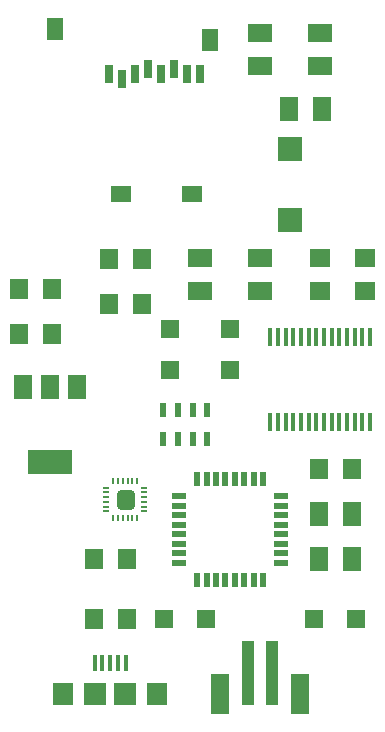
<source format=gtp>
G75*
%MOIN*%
%OFA0B0*%
%FSLAX25Y25*%
%IPPOS*%
%LPD*%
%AMOC8*
5,1,8,0,0,1.08239X$1,22.5*
%
%ADD10R,0.06299X0.07087*%
%ADD11R,0.07087X0.06299*%
%ADD12R,0.01575X0.05906*%
%ADD13R,0.05900X0.07900*%
%ADD14R,0.15000X0.07900*%
%ADD15R,0.01378X0.05512*%
%ADD16R,0.07087X0.07480*%
%ADD17R,0.07480X0.07480*%
%ADD18R,0.05906X0.05906*%
%ADD19R,0.06299X0.07874*%
%ADD20R,0.07874X0.06299*%
%ADD21R,0.07874X0.07874*%
%ADD22R,0.05512X0.07480*%
%ADD23R,0.07087X0.05512*%
%ADD24R,0.02756X0.05906*%
%ADD25R,0.00787X0.02362*%
%ADD26R,0.02362X0.00787*%
%ADD27C,0.03031*%
%ADD28R,0.05000X0.02200*%
%ADD29R,0.02200X0.05000*%
%ADD30R,0.01969X0.04724*%
%ADD31R,0.03937X0.21654*%
%ADD32R,0.06299X0.13386*%
D10*
X0036538Y0047667D03*
X0047562Y0047667D03*
X0047562Y0067667D03*
X0036538Y0067667D03*
X0022562Y0142667D03*
X0022562Y0157667D03*
X0011538Y0157667D03*
X0011538Y0142667D03*
X0041538Y0152667D03*
X0041538Y0167667D03*
X0052562Y0167667D03*
X0052562Y0152667D03*
X0111538Y0097667D03*
X0122562Y0097667D03*
D11*
X0127050Y0157155D03*
X0127050Y0168178D03*
X0112050Y0168178D03*
X0112050Y0157155D03*
D12*
X0110770Y0141938D03*
X0113330Y0141938D03*
X0115889Y0141938D03*
X0118448Y0141938D03*
X0121007Y0141938D03*
X0123566Y0141938D03*
X0126125Y0141938D03*
X0128684Y0141938D03*
X0128684Y0113395D03*
X0126125Y0113395D03*
X0123566Y0113395D03*
X0121007Y0113395D03*
X0118448Y0113395D03*
X0115889Y0113395D03*
X0113330Y0113395D03*
X0110770Y0113395D03*
X0108211Y0113395D03*
X0105652Y0113395D03*
X0103093Y0113395D03*
X0100534Y0113395D03*
X0097975Y0113395D03*
X0095416Y0113395D03*
X0095416Y0141938D03*
X0097975Y0141938D03*
X0100534Y0141938D03*
X0103093Y0141938D03*
X0105652Y0141938D03*
X0108211Y0141938D03*
D13*
X0030950Y0125067D03*
X0021950Y0125067D03*
X0012950Y0125067D03*
D14*
X0022050Y0100267D03*
D15*
X0036932Y0033100D03*
X0039491Y0033100D03*
X0042050Y0033100D03*
X0044609Y0033100D03*
X0047168Y0033100D03*
D16*
X0026302Y0022667D03*
X0057798Y0022667D03*
D17*
X0047050Y0022667D03*
X0037050Y0022667D03*
D18*
X0060160Y0047667D03*
X0073940Y0047667D03*
X0110160Y0047667D03*
X0123940Y0047667D03*
X0082050Y0130777D03*
X0082050Y0144556D03*
X0062050Y0144556D03*
X0062050Y0130777D03*
D19*
X0101538Y0217667D03*
X0112562Y0217667D03*
X0111538Y0082667D03*
X0111538Y0067667D03*
X0122562Y0067667D03*
X0122562Y0082667D03*
D20*
X0092050Y0157155D03*
X0092050Y0168178D03*
X0072050Y0168178D03*
X0072050Y0157155D03*
X0092050Y0232155D03*
X0092050Y0243178D03*
X0112050Y0243178D03*
X0112050Y0232155D03*
D21*
X0102050Y0204478D03*
X0102050Y0180856D03*
D22*
X0075475Y0240974D03*
X0023507Y0244517D03*
D23*
X0045554Y0189399D03*
X0069176Y0189399D03*
D24*
X0067601Y0229556D03*
X0071932Y0229556D03*
X0063270Y0231131D03*
X0058940Y0229556D03*
X0054609Y0231131D03*
X0050278Y0229556D03*
X0045948Y0227982D03*
X0041617Y0229556D03*
D25*
X0043113Y0093966D03*
X0044688Y0093966D03*
X0046263Y0093966D03*
X0047837Y0093966D03*
X0049412Y0093966D03*
X0050987Y0093966D03*
X0050987Y0081367D03*
X0049412Y0081367D03*
X0047837Y0081367D03*
X0046263Y0081367D03*
X0044688Y0081367D03*
X0043113Y0081367D03*
D26*
X0040751Y0083730D03*
X0040751Y0085304D03*
X0040751Y0086879D03*
X0040751Y0088454D03*
X0040751Y0090029D03*
X0040751Y0091604D03*
X0053349Y0091604D03*
X0053349Y0090029D03*
X0053349Y0088454D03*
X0053349Y0086879D03*
X0053349Y0085304D03*
X0053349Y0083730D03*
D27*
X0045534Y0085836D02*
X0045534Y0089498D01*
X0048566Y0089498D01*
X0048566Y0085836D01*
X0045534Y0085836D01*
X0045534Y0088866D02*
X0048566Y0088866D01*
D28*
X0065150Y0088690D03*
X0065150Y0085541D03*
X0065150Y0082391D03*
X0065150Y0079241D03*
X0065150Y0076092D03*
X0065150Y0072942D03*
X0065150Y0069793D03*
X0065150Y0066643D03*
X0098950Y0066643D03*
X0098950Y0069793D03*
X0098950Y0072942D03*
X0098950Y0076092D03*
X0098950Y0079241D03*
X0098950Y0082391D03*
X0098950Y0085541D03*
X0098950Y0088690D03*
D29*
X0093074Y0094567D03*
X0089924Y0094567D03*
X0086774Y0094567D03*
X0083625Y0094567D03*
X0080475Y0094567D03*
X0077326Y0094567D03*
X0074176Y0094567D03*
X0071026Y0094567D03*
X0071026Y0060767D03*
X0074176Y0060767D03*
X0077326Y0060767D03*
X0080475Y0060767D03*
X0083625Y0060767D03*
X0086774Y0060767D03*
X0089924Y0060767D03*
X0093074Y0060767D03*
D30*
X0074432Y0107942D03*
X0069511Y0107942D03*
X0064589Y0107942D03*
X0059668Y0107942D03*
X0059668Y0117391D03*
X0064589Y0117391D03*
X0069511Y0117391D03*
X0074432Y0117391D03*
D31*
X0088113Y0029753D03*
X0095987Y0029753D03*
D32*
X0105436Y0022667D03*
X0078664Y0022667D03*
M02*

</source>
